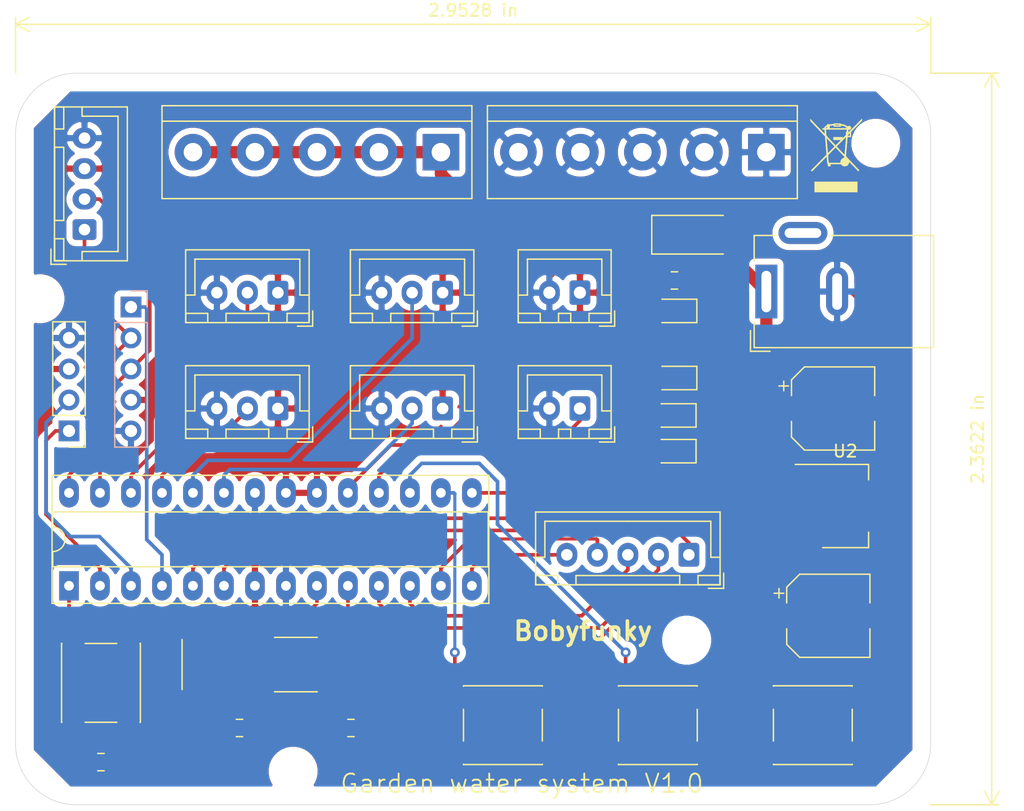
<source format=kicad_pcb>
(kicad_pcb (version 20171130) (host pcbnew "(5.1.5)-2")
  (layers (0 F.Cu signal) (31 B.Cu signal) (34 B.Paste user hide) (35 F.Paste user hide) (36 B.SilkS user) (37 F.SilkS user) (38 B.Mask user hide) (39 F.Mask user hide) (44 Edge.Cuts user))
  (net 0 "")
  (net 1 "Net-(C1-Pad2)")
  (net 2 GND)
  (net 3 "Net-(C2-Pad2)")
  (net 4 VCC)
  (net 5 "Net-(C4-Pad1)")
  (net 6 /btn_interrupt)
  (net 7 /btn_menu)
  (net 8 /btn_minus)
  (net 9 /btn_plus)
  (net 10 /warning_led)
  (net 11 "Net-(D4-Pad1)")
  (net 12 /valve_4)
  (net 13 /valve_3)
  (net 14 /valve_2)
  (net 15 /valve_1)
  (net 16 /pump)
  (net 17 /moisture_sensor_1)
  (net 18 /moisture_sensor_2)
  (net 19 /moisture_sensor_3)
  (net 20 /moisture_sensor_4)
  (net 21 /water_level_sensor)
  (net 22 /sda)
  (net 23 /scl)
  (net 24 /tx)
  (net 25 /rx)
  (net 26 /clock_interrupt)
  (net 27 "Net-(R1-Pad2)")
  (net 28 "Net-(D5-Pad1)")
  (module Package_TO_SOT_SMD:SOT-223 (layer F.Cu) (at 183 59.5)
    (fp_text reference U2 (at 0 -4.5) (layer F.SilkS))
    (fp_text value AMS1117-5.0)
    (pad 1 smd rect (at -3.15 -2.3) (size 2.5 1.5) (layers F.Cu F.Paste F.Mask) (net 2 GND))
    (pad 3 smd rect (at -3.15 2.3) (size 2.5 1.5) (layers F.Cu F.Paste F.Mask) (net 5 "Net-(C4-Pad1)"))
    (pad 2 smd rect (at -3.15 0) (size 2.5 1.5) (layers F.Cu F.Paste F.Mask) (net 4 VCC))
    (pad 4 smd rect (at 3.15 0) (size 2.5 3.8) (layers F.Cu F.Paste F.Mask))
  )
  (module Diode_SMD:D_2010_5025Metric_Pad1.52x2.65mm_HandSolder (layer F.Cu) (at 170.5 37.25)
    (fp_text reference D5 hide)
    (fp_text value D)
    (pad 2 smd roundrect (at 2.3375 0) (size 1.525 2.65) (layers F.Cu F.Paste F.Mask) (roundrect_rratio 0.163934) (net 5 "Net-(C4-Pad1)"))
    (pad 1 smd roundrect (at -2.3375 0) (size 1.525 2.65) (layers F.Cu F.Paste F.Mask) (roundrect_rratio 0.163934) (net 28 "Net-(D5-Pad1)"))
  )
  (module MountingHole:MountingHole_3mm (layer B.Cu) (at 117 42.5)
    (fp_text reference REF** hide)
    (fp_text value MountingHole_3mm)
    (pad 1 np_thru_hole circle (at 0 0) (size 3 3) (drill 3) (layers *.Cu *.Mask))
  )
  (module MountingHole:MountingHole_3mm (layer B.Cu) (at 170 70.5)
    (fp_text reference REF** hide)
    (fp_text value MountingHole_3mm)
    (pad "" np_thru_hole circle (at 0 0) (size 3 3) (drill 3) (layers *.Cu *.Mask))
  )
  (module MountingHole:MountingHole_3mm (layer B.Cu) (at 185.5 29.75)
    (fp_text reference REF** hide)
    (fp_text value MountingHole_3mm)
    (pad "" np_thru_hole circle (at 0 0) (size 3 3) (drill 3) (layers *.Cu *.Mask))
  )
  (module MountingHole:MountingHole_3mm (layer B.Cu) (at 137.75 81.25)
    (fp_text reference REF** hide)
    (fp_text value MountingHole_3mm)
    (pad "" np_thru_hole circle (at 0 0) (size 3 3) (drill 3) (layers *.Cu *.Mask))
  )
  (module Symbol:WEEE-Logo_4.2x6mm_SilkScreen (layer F.Cu) (at 182.25 30.75)
    (fp_text reference REF** hide)
    (fp_text value WEEE-Logo_4.2x6mm_SilkScreen hide)
  )
  (module Connector_BarrelJack:BarrelJack_Wuerth_6941xx301002 (layer F.Cu) (at 176.53 41.91 90)
    (fp_text reference J13 hide)
    (fp_text value Jack-DC)
    (pad 1 thru_hole rect (at 0 0 90) (size 4.4 1.8) (drill oval 3.4 0.8) (layers *.Cu *.Mask) (net 5 "Net-(C4-Pad1)"))
    (pad 2 thru_hole oval (at 0 5.8 90) (size 4 1.8) (drill oval 3 0.8) (layers *.Cu *.Mask) (net 2 GND))
    (pad 3 thru_hole oval (at 4.8 3 180) (size 4 1.8) (drill oval 3 0.8) (layers *.Cu *.Mask))
  )
  (module Connector_JST:JST_XH_B4B-XH-A_1x04_P2.50mm_Vertical (layer F.Cu) (at 120.65 36.83 90)
    (fp_text reference J8 hide)
    (fp_text value Conn_01x04)
    (pad 4 thru_hole oval (at 7.5 0 90) (size 1.7 1.95) (drill 0.95) (layers *.Cu *.Mask) (net 2 GND))
    (pad 3 thru_hole oval (at 5 0 90) (size 1.7 1.95) (drill 0.95) (layers *.Cu *.Mask) (net 4 VCC))
    (pad 2 thru_hole oval (at 2.5 0 90) (size 1.7 1.95) (drill 0.95) (layers *.Cu *.Mask) (net 22 /sda))
    (pad 1 thru_hole roundrect (at 0 0 90) (size 1.7 1.95) (drill 0.95) (layers *.Cu *.Mask) (roundrect_rratio 0.147059) (net 23 /scl))
  )
  (module Connector_JST:JST_XH_B5B-XH-A_1x05_P2.50mm_Vertical (layer F.Cu) (at 170.18 63.5 180)
    (fp_text reference J2 hide)
    (fp_text value Conn_01x05)
    (pad 5 thru_hole oval (at 10 0 180) (size 1.7 1.95) (drill 0.95) (layers *.Cu *.Mask) (net 12 /valve_4))
    (pad 4 thru_hole oval (at 7.5 0 180) (size 1.7 1.95) (drill 0.95) (layers *.Cu *.Mask) (net 13 /valve_3))
    (pad 3 thru_hole oval (at 5 0 180) (size 1.7 1.95) (drill 0.95) (layers *.Cu *.Mask) (net 14 /valve_2))
    (pad 2 thru_hole oval (at 2.5 0 180) (size 1.7 1.95) (drill 0.95) (layers *.Cu *.Mask) (net 15 /valve_1))
    (pad 1 thru_hole roundrect (at 0 0 180) (size 1.7 1.95) (drill 0.95) (layers *.Cu *.Mask) (roundrect_rratio 0.147059) (net 16 /pump))
  )
  (module Connector_JST:JST_XH_B2B-XH-A_1x02_P2.50mm_Vertical (layer F.Cu) (at 161.25 51.5 180)
    (fp_text reference J7 hide)
    (fp_text value Conn_01x02)
    (pad 2 thru_hole oval (at 2.5 0 180) (size 1.7 2) (drill 1) (layers *.Cu *.Mask) (net 2 GND))
    (pad 1 thru_hole roundrect (at 0 0 180) (size 1.7 2) (drill 1) (layers *.Cu *.Mask) (roundrect_rratio 0.147059) (net 21 /water_level_sensor))
  )
  (module Connector_JST:JST_XH_B2B-XH-A_1x02_P2.50mm_Vertical (layer F.Cu) (at 161.25 42 180)
    (fp_text reference J1 hide)
    (fp_text value Conn_01x02)
    (pad 2 thru_hole oval (at 2.5 0 180) (size 1.7 2) (drill 1) (layers *.Cu *.Mask) (net 2 GND))
    (pad 1 thru_hole roundrect (at 0 0 180) (size 1.7 2) (drill 1) (layers *.Cu *.Mask) (roundrect_rratio 0.147059) (net 4 VCC))
  )
  (module Crystal:Crystal_SMD_SeikoEpson_MC405-2Pin_9.6x4.1mm_HandSoldering (layer F.Cu) (at 137.9725 72.5)
    (fp_text reference Y1 hide)
    (fp_text value 16MHz)
    (pad 2 smd rect (at 5.5375 0) (size 7.175 4.1) (layers F.Cu F.Paste F.Mask) (net 3 "Net-(C2-Pad2)"))
    (pad 1 smd rect (at -5.5375 0) (size 7.175 4.1) (layers F.Cu F.Paste F.Mask) (net 1 "Net-(C1-Pad2)"))
  )
  (module Package_DIP:DIP-28_W7.62mm_Socket_LongPads (layer F.Cu) (at 119.38 66.04 90)
    (fp_text reference U1 hide)
    (fp_text value ATmega328-PU)
    (pad 28 thru_hole oval (at 7.62 0 90) (size 2.4 1.6) (drill 0.8) (layers *.Cu *.Mask) (net 23 /scl))
    (pad 14 thru_hole oval (at 0 33.02 90) (size 2.4 1.6) (drill 0.8) (layers *.Cu *.Mask) (net 12 /valve_4))
    (pad 27 thru_hole oval (at 7.62 2.54 90) (size 2.4 1.6) (drill 0.8) (layers *.Cu *.Mask) (net 22 /sda))
    (pad 13 thru_hole oval (at 0 30.48 90) (size 2.4 1.6) (drill 0.8) (layers *.Cu *.Mask) (net 13 /valve_3))
    (pad 26 thru_hole oval (at 7.62 5.08 90) (size 2.4 1.6) (drill 0.8) (layers *.Cu *.Mask) (net 20 /moisture_sensor_4))
    (pad 12 thru_hole oval (at 0 27.94 90) (size 2.4 1.6) (drill 0.8) (layers *.Cu *.Mask) (net 14 /valve_2))
    (pad 25 thru_hole oval (at 7.62 7.62 90) (size 2.4 1.6) (drill 0.8) (layers *.Cu *.Mask) (net 19 /moisture_sensor_3))
    (pad 11 thru_hole oval (at 0 25.4 90) (size 2.4 1.6) (drill 0.8) (layers *.Cu *.Mask) (net 15 /valve_1))
    (pad 24 thru_hole oval (at 7.62 10.16 90) (size 2.4 1.6) (drill 0.8) (layers *.Cu *.Mask) (net 18 /moisture_sensor_2))
    (pad 10 thru_hole oval (at 0 22.86 90) (size 2.4 1.6) (drill 0.8) (layers *.Cu *.Mask) (net 3 "Net-(C2-Pad2)"))
    (pad 23 thru_hole oval (at 7.62 12.7 90) (size 2.4 1.6) (drill 0.8) (layers *.Cu *.Mask) (net 17 /moisture_sensor_1))
    (pad 9 thru_hole oval (at 0 20.32 90) (size 2.4 1.6) (drill 0.8) (layers *.Cu *.Mask) (net 1 "Net-(C1-Pad2)"))
    (pad 22 thru_hole oval (at 7.62 15.24 90) (size 2.4 1.6) (drill 0.8) (layers *.Cu *.Mask) (net 2 GND))
    (pad 8 thru_hole oval (at 0 17.78 90) (size 2.4 1.6) (drill 0.8) (layers *.Cu *.Mask) (net 2 GND))
    (pad 21 thru_hole oval (at 7.62 17.78 90) (size 2.4 1.6) (drill 0.8) (layers *.Cu *.Mask) (net 4 VCC))
    (pad 7 thru_hole oval (at 0 15.24 90) (size 2.4 1.6) (drill 0.8) (layers *.Cu *.Mask) (net 4 VCC))
    (pad 20 thru_hole oval (at 7.62 20.32 90) (size 2.4 1.6) (drill 0.8) (layers *.Cu *.Mask) (net 4 VCC))
    (pad 6 thru_hole oval (at 0 12.7 90) (size 2.4 1.6) (drill 0.8) (layers *.Cu *.Mask) (net 16 /pump))
    (pad 19 thru_hole oval (at 7.62 22.86 90) (size 2.4 1.6) (drill 0.8) (layers *.Cu *.Mask) (net 10 /warning_led))
    (pad 5 thru_hole oval (at 0 10.16 90) (size 2.4 1.6) (drill 0.8) (layers *.Cu *.Mask) (net 6 /btn_interrupt))
    (pad 18 thru_hole oval (at 7.62 25.4 90) (size 2.4 1.6) (drill 0.8) (layers *.Cu *.Mask) (net 9 /btn_plus))
    (pad 4 thru_hole oval (at 0 7.62 90) (size 2.4 1.6) (drill 0.8) (layers *.Cu *.Mask) (net 26 /clock_interrupt))
    (pad 17 thru_hole oval (at 7.62 27.94 90) (size 2.4 1.6) (drill 0.8) (layers *.Cu *.Mask) (net 8 /btn_minus))
    (pad 3 thru_hole oval (at 0 5.08 90) (size 2.4 1.6) (drill 0.8) (layers *.Cu *.Mask) (net 24 /tx))
    (pad 16 thru_hole oval (at 7.62 30.48 90) (size 2.4 1.6) (drill 0.8) (layers *.Cu *.Mask) (net 7 /btn_menu))
    (pad 2 thru_hole oval (at 0 2.54 90) (size 2.4 1.6) (drill 0.8) (layers *.Cu *.Mask) (net 25 /rx))
    (pad 15 thru_hole oval (at 7.62 33.02 90) (size 2.4 1.6) (drill 0.8) (layers *.Cu *.Mask) (net 21 /water_level_sensor))
    (pad 1 thru_hole rect (at 0 0 90) (size 2.4 1.6) (drill 0.8) (layers *.Cu *.Mask) (net 27 "Net-(R1-Pad2)"))
  )
  (module Button_Switch_SMD:SW_Push_1P1T_NO_6x6mm_H9.5mm (layer F.Cu) (at 180.34 77.47)
    (fp_text reference SW4 hide)
    (fp_text value SW_Push)
    (pad 2 smd rect (at -3.975 2.25) (size 1.55 1.3) (layers F.Cu F.Paste F.Mask) (net 2 GND))
    (pad 1 smd rect (at -3.975 -2.25) (size 1.55 1.3) (layers F.Cu F.Paste F.Mask) (net 9 /btn_plus))
    (pad 1 smd rect (at 3.975 -2.25) (size 1.55 1.3) (layers F.Cu F.Paste F.Mask) (net 9 /btn_plus))
    (pad 2 smd rect (at 3.975 2.25) (size 1.55 1.3) (layers F.Cu F.Paste F.Mask) (net 2 GND))
  )
  (module Button_Switch_SMD:SW_Push_1P1T_NO_6x6mm_H9.5mm (layer F.Cu) (at 167.64 77.47)
    (fp_text reference SW3 hide)
    (fp_text value SW_Push)
    (pad 2 smd rect (at -3.975 2.25) (size 1.55 1.3) (layers F.Cu F.Paste F.Mask) (net 2 GND))
    (pad 1 smd rect (at -3.975 -2.25) (size 1.55 1.3) (layers F.Cu F.Paste F.Mask) (net 8 /btn_minus))
    (pad 1 smd rect (at 3.975 -2.25) (size 1.55 1.3) (layers F.Cu F.Paste F.Mask) (net 8 /btn_minus))
    (pad 2 smd rect (at 3.975 2.25) (size 1.55 1.3) (layers F.Cu F.Paste F.Mask) (net 2 GND))
  )
  (module Button_Switch_SMD:SW_Push_1P1T_NO_6x6mm_H9.5mm (layer F.Cu) (at 154.94 77.47)
    (fp_text reference SW2 hide)
    (fp_text value SW_Push)
    (pad 2 smd rect (at -3.975 2.25) (size 1.55 1.3) (layers F.Cu F.Paste F.Mask) (net 2 GND))
    (pad 1 smd rect (at -3.975 -2.25) (size 1.55 1.3) (layers F.Cu F.Paste F.Mask) (net 7 /btn_menu))
    (pad 1 smd rect (at 3.975 -2.25) (size 1.55 1.3) (layers F.Cu F.Paste F.Mask) (net 7 /btn_menu))
    (pad 2 smd rect (at 3.975 2.25) (size 1.55 1.3) (layers F.Cu F.Paste F.Mask) (net 2 GND))
  )
  (module Button_Switch_SMD:SW_Push_1P1T_NO_6x6mm_H9.5mm (layer F.Cu) (at 122 74 90)
    (fp_text reference SW1 hide)
    (fp_text value SW_Push)
    (pad 2 smd rect (at 3.975 2.25 90) (size 1.55 1.3) (layers F.Cu F.Paste F.Mask) (net 2 GND))
    (pad 1 smd rect (at 3.975 -2.25 90) (size 1.55 1.3) (layers F.Cu F.Paste F.Mask) (net 27 "Net-(R1-Pad2)"))
    (pad 1 smd rect (at -3.975 -2.25 90) (size 1.55 1.3) (layers F.Cu F.Paste F.Mask) (net 27 "Net-(R1-Pad2)"))
    (pad 2 smd rect (at -3.975 2.25 90) (size 1.55 1.3) (layers F.Cu F.Paste F.Mask) (net 2 GND))
  )
  (module Resistor_SMD:R_0805_2012Metric_Pad1.15x1.40mm_HandSolder (layer F.Cu) (at 169 41)
    (fp_text reference R2 hide)
    (fp_text value 470)
    (pad 2 smd roundrect (at 1.025 0) (size 1.15 1.4) (layers F.Cu F.Paste F.Mask) (roundrect_rratio 0.217391) (net 11 "Net-(D4-Pad1)"))
    (pad 1 smd roundrect (at -1.025 0) (size 1.15 1.4) (layers F.Cu F.Paste F.Mask) (roundrect_rratio 0.217391) (net 2 GND))
  )
  (module Resistor_SMD:R_0805_2012Metric_Pad1.15x1.40mm_HandSolder (layer F.Cu) (at 122 80.5 180)
    (fp_text reference R1 hide)
    (fp_text value 10K)
    (pad 2 smd roundrect (at 1.025 0 180) (size 1.15 1.4) (layers F.Cu F.Paste F.Mask) (roundrect_rratio 0.217391) (net 27 "Net-(R1-Pad2)"))
    (pad 1 smd roundrect (at -1.025 0 180) (size 1.15 1.4) (layers F.Cu F.Paste F.Mask) (roundrect_rratio 0.217391) (net 4 VCC))
  )
  (module Connector_PinHeader_2.54mm:PinHeader_1x05_P2.54mm_Vertical (layer B.Cu) (at 124.46 43.18 180)
    (fp_text reference J12 hide)
    (fp_text value Conn_01x05)
    (pad 5 thru_hole oval (at 0 -10.16 180) (size 1.7 1.7) (drill 1) (layers *.Cu *.Mask) (net 2 GND))
    (pad 4 thru_hole oval (at 0 -7.62 180) (size 1.7 1.7) (drill 1) (layers *.Cu *.Mask) (net 4 VCC))
    (pad 3 thru_hole oval (at 0 -5.08 180) (size 1.7 1.7) (drill 1) (layers *.Cu *.Mask) (net 22 /sda))
    (pad 2 thru_hole oval (at 0 -2.54 180) (size 1.7 1.7) (drill 1) (layers *.Cu *.Mask) (net 23 /scl))
    (pad 1 thru_hole rect (at 0 0 180) (size 1.7 1.7) (drill 1) (layers *.Cu *.Mask) (net 26 /clock_interrupt))
  )
  (module Connector_PinHeader_2.54mm:PinHeader_1x04_P2.54mm_Vertical (layer F.Cu) (at 119.38 53.34 180)
    (fp_text reference J11 hide)
    (fp_text value Conn_01x04)
    (pad 4 thru_hole oval (at 0 7.62 180) (size 1.7 1.7) (drill 1) (layers *.Cu *.Mask) (net 2 GND))
    (pad 3 thru_hole oval (at 0 5.08 180) (size 1.7 1.7) (drill 1) (layers *.Cu *.Mask) (net 4 VCC))
    (pad 2 thru_hole oval (at 0 2.54 180) (size 1.7 1.7) (drill 1) (layers *.Cu *.Mask) (net 24 /tx))
    (pad 1 thru_hole rect (at 0 0 180) (size 1.7 1.7) (drill 1) (layers *.Cu *.Mask) (net 25 /rx))
  )
  (module TerminalBlock:TerminalBlock_bornier-5_P5.08mm (layer F.Cu) (at 149.86 30.48 180)
    (fp_text reference J10 hide)
    (fp_text value Screw_Terminal_01x05)
    (pad 5 thru_hole circle (at 20.32 0 180) (size 3 3) (drill 1.52) (layers *.Cu *.Mask) (net 28 "Net-(D5-Pad1)"))
    (pad 4 thru_hole circle (at 15.24 0 180) (size 3 3) (drill 1.52) (layers *.Cu *.Mask) (net 28 "Net-(D5-Pad1)"))
    (pad 1 thru_hole rect (at 0 0 180) (size 3 3) (drill 1.52) (layers *.Cu *.Mask) (net 28 "Net-(D5-Pad1)"))
    (pad 3 thru_hole circle (at 10.16 0 180) (size 3 3) (drill 1.52) (layers *.Cu *.Mask) (net 28 "Net-(D5-Pad1)"))
    (pad 2 thru_hole circle (at 5.08 0 180) (size 3 3) (drill 1.52) (layers *.Cu *.Mask) (net 28 "Net-(D5-Pad1)"))
  )
  (module TerminalBlock:TerminalBlock_bornier-5_P5.08mm (layer F.Cu) (at 176.53 30.48 180)
    (fp_text reference J9 hide)
    (fp_text value Screw_Terminal_01x05)
    (pad 2 thru_hole circle (at 5.08 0 180) (size 3 3) (drill 1.52) (layers *.Cu *.Mask) (net 2 GND))
    (pad 3 thru_hole circle (at 10.16 0 180) (size 3 3) (drill 1.52) (layers *.Cu *.Mask) (net 2 GND))
    (pad 1 thru_hole rect (at 0 0 180) (size 3 3) (drill 1.52) (layers *.Cu *.Mask) (net 2 GND))
    (pad 4 thru_hole circle (at 15.24 0 180) (size 3 3) (drill 1.52) (layers *.Cu *.Mask) (net 2 GND))
    (pad 5 thru_hole circle (at 20.32 0 180) (size 3 3) (drill 1.52) (layers *.Cu *.Mask) (net 2 GND))
  )
  (module Connector_JST:JST_XH_B3B-XH-A_1x03_P2.50mm_Vertical (layer F.Cu) (at 136.5 42 180)
    (fp_text reference J6 hide)
    (fp_text value Conn_01x03)
    (pad 3 thru_hole oval (at 5 0 180) (size 1.7 1.95) (drill 0.95) (layers *.Cu *.Mask) (net 2 GND))
    (pad 2 thru_hole oval (at 2.5 0 180) (size 1.7 1.95) (drill 0.95) (layers *.Cu *.Mask) (net 20 /moisture_sensor_4))
    (pad 1 thru_hole roundrect (at 0 0 180) (size 1.7 1.95) (drill 0.95) (layers *.Cu *.Mask) (roundrect_rratio 0.147059) (net 4 VCC))
  )
  (module Connector_JST:JST_XH_B3B-XH-A_1x03_P2.50mm_Vertical (layer F.Cu) (at 136.5 51.5 180)
    (fp_text reference J5 hide)
    (fp_text value Conn_01x03)
    (pad 3 thru_hole oval (at 5 0 180) (size 1.7 1.95) (drill 0.95) (layers *.Cu *.Mask) (net 2 GND))
    (pad 2 thru_hole oval (at 2.5 0 180) (size 1.7 1.95) (drill 0.95) (layers *.Cu *.Mask) (net 19 /moisture_sensor_3))
    (pad 1 thru_hole roundrect (at 0 0 180) (size 1.7 1.95) (drill 0.95) (layers *.Cu *.Mask) (roundrect_rratio 0.147059) (net 4 VCC))
  )
  (module Connector_JST:JST_XH_B3B-XH-A_1x03_P2.50mm_Vertical (layer F.Cu) (at 150 42 180)
    (fp_text reference J4 hide)
    (fp_text value Conn_01x03)
    (pad 3 thru_hole oval (at 5 0 180) (size 1.7 1.95) (drill 0.95) (layers *.Cu *.Mask) (net 2 GND))
    (pad 2 thru_hole oval (at 2.5 0 180) (size 1.7 1.95) (drill 0.95) (layers *.Cu *.Mask) (net 18 /moisture_sensor_2))
    (pad 1 thru_hole roundrect (at 0 0 180) (size 1.7 1.95) (drill 0.95) (layers *.Cu *.Mask) (roundrect_rratio 0.147059) (net 4 VCC))
  )
  (module Connector_JST:JST_XH_B3B-XH-A_1x03_P2.50mm_Vertical (layer F.Cu) (at 150 51.5 180)
    (fp_text reference J3 hide)
    (fp_text value Conn_01x03)
    (pad 3 thru_hole oval (at 5 0 180) (size 1.7 1.95) (drill 0.95) (layers *.Cu *.Mask) (net 2 GND))
    (pad 2 thru_hole oval (at 2.5 0 180) (size 1.7 1.95) (drill 0.95) (layers *.Cu *.Mask) (net 17 /moisture_sensor_1))
    (pad 1 thru_hole roundrect (at 0 0 180) (size 1.7 1.95) (drill 0.95) (layers *.Cu *.Mask) (roundrect_rratio 0.147059) (net 4 VCC))
  )
  (module LED_SMD:LED_0805_2012Metric_Pad1.15x1.40mm_HandSolder (layer F.Cu) (at 168.975 43.5 180)
    (fp_text reference D4 hide)
    (fp_text value LED)
    (pad 2 smd roundrect (at 1.025 0 180) (size 1.15 1.4) (layers F.Cu F.Paste F.Mask) (roundrect_rratio 0.217391) (net 10 /warning_led))
    (pad 1 smd roundrect (at -1.025 0 180) (size 1.15 1.4) (layers F.Cu F.Paste F.Mask) (roundrect_rratio 0.217391) (net 11 "Net-(D4-Pad1)"))
  )
  (module Diode_SMD:D_0805_2012Metric_Pad1.15x1.40mm_HandSolder (layer F.Cu) (at 168.975 49 180)
    (fp_text reference D3 hide)
    (fp_text value D)
    (pad 1 smd roundrect (at -1.025 0 180) (size 1.15 1.4) (layers F.Cu F.Paste F.Mask) (roundrect_rratio 0.217391) (net 9 /btn_plus))
    (pad 2 smd roundrect (at 1.025 0 180) (size 1.15 1.4) (layers F.Cu F.Paste F.Mask) (roundrect_rratio 0.217391) (net 6 /btn_interrupt))
  )
  (module Diode_SMD:D_0805_2012Metric_Pad1.15x1.40mm_HandSolder (layer F.Cu) (at 168.91 52.07 180)
    (fp_text reference D2 hide)
    (fp_text value D)
    (pad 2 smd roundrect (at 1.025 0 180) (size 1.15 1.4) (layers F.Cu F.Paste F.Mask) (roundrect_rratio 0.217391) (net 6 /btn_interrupt))
    (pad 1 smd roundrect (at -1.025 0 180) (size 1.15 1.4) (layers F.Cu F.Paste F.Mask) (roundrect_rratio 0.217391) (net 8 /btn_minus))
  )
  (module Diode_SMD:D_0805_2012Metric_Pad1.15x1.40mm_HandSolder (layer F.Cu) (at 168.91 55 180)
    (fp_text reference D1 hide)
    (fp_text value D)
    (pad 2 smd roundrect (at 1.025 0 180) (size 1.15 1.4) (layers F.Cu F.Paste F.Mask) (roundrect_rratio 0.217391) (net 6 /btn_interrupt))
    (pad 1 smd roundrect (at -1.025 0 180) (size 1.15 1.4) (layers F.Cu F.Paste F.Mask) (roundrect_rratio 0.217391) (net 7 /btn_menu))
  )
  (module Capacitor_SMD:CP_Elec_6.3x5.8 (layer F.Cu) (at 182 51.5)
    (fp_text reference C4 hide)
    (fp_text value 10uf)
    (pad 1 smd roundrect (at -2.7 0) (size 3.5 1.6) (layers F.Cu F.Paste F.Mask) (roundrect_rratio 0.15625) (net 5 "Net-(C4-Pad1)"))
    (pad 2 smd roundrect (at 2.7 0) (size 3.5 1.6) (layers F.Cu F.Paste F.Mask) (roundrect_rratio 0.15625) (net 2 GND))
  )
  (module Capacitor_SMD:CP_Elec_6.3x5.8 (layer F.Cu) (at 181.61 68.5)
    (fp_text reference C3 hide)
    (fp_text value 10uf)
    (pad 1 smd roundrect (at -2.7 0) (size 3.5 1.6) (layers F.Cu F.Paste F.Mask) (roundrect_rratio 0.15625) (net 4 VCC))
    (pad 2 smd roundrect (at 2.7 0) (size 3.5 1.6) (layers F.Cu F.Paste F.Mask) (roundrect_rratio 0.15625) (net 2 GND))
  )
  (module Capacitor_SMD:C_0805_2012Metric_Pad1.15x1.40mm_HandSolder (layer F.Cu) (at 142.485 77.7)
    (fp_text reference C2 hide)
    (fp_text value 22pf)
    (pad 2 smd roundrect (at 1.025 0) (size 1.15 1.4) (layers F.Cu F.Paste F.Mask) (roundrect_rratio 0.217391) (net 3 "Net-(C2-Pad2)"))
    (pad 1 smd roundrect (at -1.025 0) (size 1.15 1.4) (layers F.Cu F.Paste F.Mask) (roundrect_rratio 0.217391) (net 2 GND))
  )
  (module Capacitor_SMD:C_0805_2012Metric_Pad1.15x1.40mm_HandSolder (layer F.Cu) (at 133.35 77.7 180)
    (fp_text reference C1 hide)
    (fp_text value 22pf)
    (pad 2 smd roundrect (at 1.025 0 180) (size 1.15 1.4) (layers F.Cu F.Paste F.Mask) (roundrect_rratio 0.217391) (net 1 "Net-(C1-Pad2)"))
    (pad 1 smd roundrect (at -1.025 0 180) (size 1.15 1.4) (layers F.Cu F.Paste F.Mask) (roundrect_rratio 0.217391) (net 2 GND))
  )
  (dimension 60 (width 0.12) (layer F.SilkS) (gr_text "60,000 mm" (at 196.27 54 270) (layer F.SilkS) (effects (font (size 1 1) (thickness 0.15)))) (feature1 (pts (xy 190 84) (xy 195.586421 84))) (feature2 (pts (xy 190 24) (xy 195.586421 24))) (crossbar (pts (xy 195 24) (xy 195 84))) (arrow1a (pts (xy 195 84) (xy 194.413579 82.873496))) (arrow1b (pts (xy 195 84) (xy 195.586421 82.873496))) (arrow2a (pts (xy 195 24) (xy 194.413579 25.126504))) (arrow2b (pts (xy 195 24) (xy 195.586421 25.126504))))
  (dimension 75 (width 0.12) (layer F.SilkS) (gr_text "75,000 mm" (at 152.5 18.73) (layer F.SilkS) (effects (font (size 1 1) (thickness 0.15)))) (feature1 (pts (xy 190 24) (xy 190 19.413579))) (feature2 (pts (xy 115 24) (xy 115 19.413579))) (crossbar (pts (xy 115 20) (xy 190 20))) (arrow1a (pts (xy 190 20) (xy 188.873496 20.586421))) (arrow1b (pts (xy 190 20) (xy 188.873496 19.413579))) (arrow2a (pts (xy 115 20) (xy 116.126504 20.586421))) (arrow2b (pts (xy 115 20) (xy 116.126504 19.413579))))
  (gr_text "Garden water system V1.0" (at 156.5 82.25) (layer F.SilkS) (effects (font (size 1.5 1.5))))
  (gr_text Bobyfunky (at 161.5 69.75) (layer F.SilkS) (effects (font (size 1.5 1.5) (thickness 0.3))))
  (gr_arc (start 120 29) (end 120 24) (angle -90) (layer Edge.Cuts) (width 0.05))
  (gr_arc (start 120 79) (end 115 79) (angle -90) (layer Edge.Cuts) (width 0.05))
  (gr_arc (start 185 79) (end 185 84) (angle -90) (layer Edge.Cuts) (width 0.05))
  (gr_arc (start 185 29) (end 190 29) (angle -90) (layer Edge.Cuts) (width 0.05))
  (gr_line (start 115 79) (end 115 29) (layer Edge.Cuts) (width 0.05))
  (gr_line (start 185 84) (end 120 84) (layer Edge.Cuts) (width 0.05))
  (gr_line (start 190 29) (end 190 79) (layer Edge.Cuts) (width 0.05))
  (gr_line (start 120 24) (end 185 24) (layer Edge.Cuts) (width 0.05))
  (segment (start 132.325 77.7) (end 132.325 72.73) (width 0.3) (layer F.Cu) (net 1))
  (segment (start 132.435 70.2) (end 133.635 69) (width 0.3) (layer F.Cu) (net 1))
  (segment (start 132.435 72.5) (end 132.435 70.2) (width 0.3) (layer F.Cu) (net 1))
  (segment (start 139.7 67.49) (end 139.7 66.04) (width 0.3) (layer F.Cu) (net 1))
  (segment (start 138.19 69) (end 139.7 67.49) (width 0.3) (layer F.Cu) (net 1))
  (segment (start 133.635 69) (end 138.19 69) (width 0.3) (layer F.Cu) (net 1))
  (segment (start 184.315 79.72) (end 150.965 79.72) (width 0.4) (layer F.Cu) (net 2))
  (segment (start 124.25 70.025) (end 124.25 77.975) (width 0.4) (layer F.Cu) (net 2))
  (segment (start 125.15 77.975) (end 124.25 77.975) (width 0.4) (layer F.Cu) (net 2))
  (segment (start 141.46 78.4) (end 141.46 77.7) (width 0.4) (layer F.Cu) (net 2))
  (segment (start 142.78 79.72) (end 141.46 78.4) (width 0.4) (layer F.Cu) (net 2))
  (segment (start 150.965 79.72) (end 142.78 79.72) (width 0.4) (layer F.Cu) (net 2))
  (segment (start 125.15 77.975) (end 126.675 79.5) (width 0.4) (layer F.Cu) (net 2))
  (segment (start 133.275 79.5) (end 134.375 78.4) (width 0.4) (layer F.Cu) (net 2))
  (segment (start 134.375 78.4) (end 134.375 77.7) (width 0.4) (layer F.Cu) (net 2))
  (segment (start 126.675 79.5) (end 133.275 79.5) (width 0.4) (layer F.Cu) (net 2))
  (segment (start 141.46 77.7) (end 134.375 77.7) (width 0.4) (layer F.Cu) (net 2))
  (segment (start 184.31 68.5) (end 186.5 70.69) (width 0.4) (layer F.Cu) (net 2))
  (segment (start 185.34 79.72) (end 184.315 79.72) (width 0.4) (layer F.Cu) (net 2))
  (segment (start 186.5 78.56) (end 185.34 79.72) (width 0.4) (layer F.Cu) (net 2))
  (segment (start 186.5 70.69) (end 186.5 78.56) (width 0.4) (layer F.Cu) (net 2))
  (segment (start 184.7 50.7) (end 184.7 51.5) (width 0.4) (layer F.Cu) (net 2))
  (segment (start 184.7 43.13) (end 184.7 50.7) (width 0.4) (layer F.Cu) (net 2))
  (segment (start 183.48 41.91) (end 184.7 43.13) (width 0.4) (layer F.Cu) (net 2))
  (segment (start 182.33 41.91) (end 183.48 41.91) (width 0.4) (layer F.Cu) (net 2))
  (segment (start 167.4 41) (end 165.9 39.5) (width 0.4) (layer F.Cu) (net 2))
  (segment (start 167.975 41) (end 167.4 41) (width 0.4) (layer F.Cu) (net 2))
  (segment (start 158.75 40.75) (end 158.75 42) (width 0.4) (layer F.Cu) (net 2))
  (segment (start 160 39.5) (end 158.75 40.75) (width 0.4) (layer F.Cu) (net 2))
  (segment (start 165.9 39.5) (end 160 39.5) (width 0.4) (layer F.Cu) (net 2))
  (segment (start 184.7 53.75) (end 184.7 52.3) (width 0.4) (layer F.Cu) (net 2))
  (segment (start 181.25 57.2) (end 184.7 53.75) (width 0.4) (layer F.Cu) (net 2))
  (segment (start 184.7 52.3) (end 184.7 51.5) (width 0.4) (layer F.Cu) (net 2))
  (segment (start 179.85 57.2) (end 181.25 57.2) (width 0.4) (layer F.Cu) (net 2))
  (segment (start 181.25 57.2) (end 183.5 59.45) (width 0.4) (layer F.Cu) (net 2))
  (segment (start 183.5 67.69) (end 184.31 68.5) (width 0.4) (layer F.Cu) (net 2))
  (segment (start 183.5 59.45) (end 183.5 67.69) (width 0.4) (layer F.Cu) (net 2))
  (segment (start 143.51 72.5) (end 143.51 70.01) (width 0.3) (layer F.Cu) (net 3))
  (segment (start 142.24 68.74) (end 142.24 66.04) (width 0.3) (layer F.Cu) (net 3))
  (segment (start 143.51 70.01) (end 142.24 68.74) (width 0.3) (layer F.Cu) (net 3))
  (segment (start 143.51 77) (end 143.51 72.5) (width 0.3) (layer F.Cu) (net 3))
  (segment (start 143.51 77.7) (end 143.51 77) (width 0.3) (layer F.Cu) (net 3))
  (segment (start 176.53 48.73) (end 179.3 51.5) (width 1) (layer F.Cu) (net 5))
  (segment (start 176.53 41.91) (end 176.53 48.73) (width 1) (layer F.Cu) (net 5))
  (segment (start 172.8375 38.2175) (end 176.53 41.91) (width 1) (layer F.Cu) (net 5))
  (segment (start 172.8375 37.25) (end 172.8375 38.2175) (width 1) (layer F.Cu) (net 5))
  (segment (start 179.3 52.3) (end 177 54.6) (width 1) (layer F.Cu) (net 5))
  (segment (start 179.3 51.5) (end 179.3 52.3) (width 1) (layer F.Cu) (net 5))
  (segment (start 177.85 61.8) (end 179.85 61.8) (width 1) (layer F.Cu) (net 5))
  (segment (start 177 60.95) (end 177.85 61.8) (width 1) (layer F.Cu) (net 5))
  (segment (start 177 54.6) (end 177 60.95) (width 1) (layer F.Cu) (net 5))
  (segment (start 167.95 54.935) (end 167.885 55) (width 0.3) (layer F.Cu) (net 6))
  (segment (start 167.95 49) (end 167.95 54.935) (width 0.3) (layer F.Cu) (net 6))
  (segment (start 167.885 55.7) (end 163.085 60.5) (width 0.3) (layer F.Cu) (net 6))
  (segment (start 167.885 55) (end 167.885 55.7) (width 0.3) (layer F.Cu) (net 6))
  (segment (start 129.54 64.59) (end 129.54 66.04) (width 0.3) (layer F.Cu) (net 6))
  (segment (start 133.63 60.5) (end 129.54 64.59) (width 0.3) (layer F.Cu) (net 6))
  (segment (start 163.085 60.5) (end 133.63 60.5) (width 0.3) (layer F.Cu) (net 6))
  (segment (start 158.915 75.22) (end 150.965 75.22) (width 0.3) (layer F.Cu) (net 7))
  (segment (start 150.965 74.32) (end 151 74.285) (width 0.3) (layer F.Cu) (net 7))
  (segment (start 150.965 75.22) (end 150.965 74.32) (width 0.3) (layer F.Cu) (net 7))
  (segment (start 151 74.285) (end 151 71.5) (width 0.3) (layer F.Cu) (net 7))
  (segment (start 151 71.5) (end 151 71.5) (width 0.3) (layer F.Cu) (net 7))
  (segment (start 169.935 55.7) (end 172.5 58.265) (width 0.3) (layer F.Cu) (net 7))
  (segment (start 169.935 55) (end 169.935 55.7) (width 0.3) (layer F.Cu) (net 7))
  (segment (start 172.5 58.265) (end 172.5 68) (width 0.3) (layer F.Cu) (net 7))
  (segment (start 158.915 74.32) (end 158.915 75.22) (width 0.3) (layer F.Cu) (net 7))
  (segment (start 165.235 68) (end 158.915 74.32) (width 0.3) (layer F.Cu) (net 7))
  (segment (start 172.5 68) (end 165.235 68) (width 0.3) (layer F.Cu) (net 7))
  (segment (start 151 71.5) (end 151 71.5) (width 0.3) (layer F.Cu) (net 7))
  (via (at 151 71.5) (size 0.8) (drill 0.4) (layers F.Cu B.Cu) (net 7))
  (segment (start 150.91 58.42) (end 149.86 58.42) (width 0.3) (layer B.Cu) (net 7))
  (segment (start 151 58.51) (end 150.91 58.42) (width 0.3) (layer B.Cu) (net 7))
  (segment (start 151 71.5) (end 151 58.51) (width 0.25) (layer B.Cu) (net 7))
  (segment (start 171.615 74.32) (end 173.5 72.435) (width 0.3) (layer F.Cu) (net 8))
  (segment (start 171.615 75.22) (end 171.615 74.32) (width 0.3) (layer F.Cu) (net 8))
  (segment (start 170.51 52.07) (end 169.935 52.07) (width 0.3) (layer F.Cu) (net 8))
  (segment (start 173.5 55.06) (end 170.51 52.07) (width 0.3) (layer F.Cu) (net 8))
  (segment (start 173.5 72.435) (end 173.5 55.06) (width 0.3) (layer F.Cu) (net 8))
  (segment (start 170.59 75.22) (end 163.665 75.22) (width 0.3) (layer F.Cu) (net 8))
  (segment (start 171.615 75.22) (end 170.59 75.22) (width 0.3) (layer F.Cu) (net 8))
  (segment (start 163.665 74.32) (end 165 72.985) (width 0.3) (layer F.Cu) (net 8))
  (segment (start 163.665 75.22) (end 163.665 74.32) (width 0.3) (layer F.Cu) (net 8))
  (segment (start 165 72.985) (end 165 71.5) (width 0.3) (layer F.Cu) (net 8))
  (segment (start 165 71.5) (end 165 71.5) (width 0.3) (layer F.Cu) (net 8))
  (via (at 165 71.5) (size 0.8) (drill 0.4) (layers F.Cu B.Cu) (net 8))
  (segment (start 165 71.5) (end 154.5 61) (width 0.3) (layer B.Cu) (net 8))
  (segment (start 147.32 56.97) (end 147.32 58.42) (width 0.3) (layer B.Cu) (net 8))
  (segment (start 154.5 57.5) (end 153 56) (width 0.3) (layer B.Cu) (net 8))
  (segment (start 153 56) (end 148.29 56) (width 0.3) (layer B.Cu) (net 8))
  (segment (start 154.5 61) (end 154.5 57.5) (width 0.3) (layer B.Cu) (net 8))
  (segment (start 148.29 56) (end 147.32 56.97) (width 0.3) (layer B.Cu) (net 8))
  (segment (start 184.315 75.22) (end 176.365 75.22) (width 0.3) (layer F.Cu) (net 9))
  (segment (start 176.365 74.32) (end 175 72.955) (width 0.3) (layer F.Cu) (net 9))
  (segment (start 176.365 75.22) (end 176.365 74.32) (width 0.3) (layer F.Cu) (net 9))
  (segment (start 170.575 49) (end 170 49) (width 0.3) (layer F.Cu) (net 9))
  (segment (start 175 53.425) (end 170.575 49) (width 0.3) (layer F.Cu) (net 9))
  (segment (start 175 72.955) (end 175 53.425) (width 0.3) (layer F.Cu) (net 9))
  (segment (start 144.78 56.97) (end 146 55.75) (width 0.3) (layer F.Cu) (net 9))
  (segment (start 144.78 58.42) (end 144.78 56.97) (width 0.3) (layer F.Cu) (net 9))
  (segment (start 146 55.75) (end 146 55.75) (width 0.3) (layer F.Cu) (net 9))
  (segment (start 146.685001 55.064999) (end 149.935001 55.064999) (width 0.3) (layer F.Cu) (net 9))
  (segment (start 146 55.75) (end 146.685001 55.064999) (width 0.3) (layer F.Cu) (net 9))
  (segment (start 149.935001 55.064999) (end 157.5 47.5) (width 0.3) (layer F.Cu) (net 9))
  (segment (start 170 48.3) (end 170 49) (width 0.3) (layer F.Cu) (net 9))
  (segment (start 169.2 47.5) (end 170 48.3) (width 0.3) (layer F.Cu) (net 9))
  (segment (start 157.5 47.5) (end 169.2 47.5) (width 0.3) (layer F.Cu) (net 9))
  (segment (start 167.95 44.8) (end 167.95 43.5) (width 0.3) (layer F.Cu) (net 10))
  (segment (start 149.5 54.5) (end 157.25 46.75) (width 0.3) (layer F.Cu) (net 10))
  (segment (start 142.24 58.42) (end 142.24 58.02) (width 0.3) (layer F.Cu) (net 10))
  (segment (start 166 46.75) (end 167.95 44.8) (width 0.3) (layer F.Cu) (net 10))
  (segment (start 145.76 54.5) (end 149.5 54.5) (width 0.3) (layer F.Cu) (net 10))
  (segment (start 142.24 58.02) (end 145.76 54.5) (width 0.3) (layer F.Cu) (net 10))
  (segment (start 157.25 46.75) (end 166 46.75) (width 0.3) (layer F.Cu) (net 10))
  (segment (start 170.025 43.475) (end 170 43.5) (width 0.3) (layer F.Cu) (net 11))
  (segment (start 170.025 41) (end 170.025 43.475) (width 0.3) (layer F.Cu) (net 11))
  (segment (start 152.4 64.59) (end 152.4 66.04) (width 0.3) (layer F.Cu) (net 12))
  (segment (start 153.49 63.5) (end 152.4 64.59) (width 0.3) (layer F.Cu) (net 12))
  (segment (start 160.18 63.5) (end 153.49 63.5) (width 0.3) (layer F.Cu) (net 12))
  (segment (start 149.86 64.59) (end 149.86 66.04) (width 0.3) (layer F.Cu) (net 13))
  (segment (start 152.25001 62.19999) (end 149.86 64.59) (width 0.3) (layer F.Cu) (net 13))
  (segment (start 162.68 62.275) (end 162.60499 62.19999) (width 0.3) (layer F.Cu) (net 13))
  (segment (start 162.60499 62.19999) (end 152.25001 62.19999) (width 0.25) (layer F.Cu) (net 13))
  (segment (start 162.68 63.5) (end 162.68 62.275) (width 0.3) (layer F.Cu) (net 13))
  (segment (start 165.18 64.725) (end 161.405 68.5) (width 0.3) (layer F.Cu) (net 14))
  (segment (start 165.18 63.5) (end 165.18 64.725) (width 0.3) (layer F.Cu) (net 14))
  (segment (start 147.32 67.49) (end 147.32 66.04) (width 0.3) (layer F.Cu) (net 14))
  (segment (start 148.33 68.5) (end 147.32 67.49) (width 0.3) (layer F.Cu) (net 14))
  (segment (start 161.405 68.5) (end 148.33 68.5) (width 0.3) (layer F.Cu) (net 14))
  (segment (start 167.68 64.725) (end 162.905 69.5) (width 0.3) (layer F.Cu) (net 15))
  (segment (start 167.68 63.5) (end 167.68 64.725) (width 0.3) (layer F.Cu) (net 15))
  (segment (start 144.78 67.49) (end 144.78 66.04) (width 0.3) (layer F.Cu) (net 15))
  (segment (start 146.79 69.5) (end 144.78 67.49) (width 0.3) (layer F.Cu) (net 15))
  (segment (start 162.905 69.5) (end 146.79 69.5) (width 0.3) (layer F.Cu) (net 15))
  (segment (start 170.18 62.525) (end 169.155 61.5) (width 0.3) (layer F.Cu) (net 16))
  (segment (start 170.18 63.5) (end 170.18 62.525) (width 0.3) (layer F.Cu) (net 16))
  (segment (start 135.17 61.5) (end 132.08 64.59) (width 0.3) (layer F.Cu) (net 16))
  (segment (start 132.08 64.59) (end 132.08 66.04) (width 0.3) (layer F.Cu) (net 16))
  (segment (start 169.155 61.5) (end 135.17 61.5) (width 0.3) (layer F.Cu) (net 16))
  (segment (start 147.5 51.5) (end 147.5 52.725) (width 0.3) (layer B.Cu) (net 17))
  (segment (start 147.5 52.725) (end 143.725 56.5) (width 0.3) (layer B.Cu) (net 17))
  (segment (start 132.08 56.97) (end 132.08 58.42) (width 0.3) (layer B.Cu) (net 17))
  (segment (start 132.55 56.5) (end 132.08 56.97) (width 0.3) (layer B.Cu) (net 17))
  (segment (start 143.725 56.5) (end 132.55 56.5) (width 0.3) (layer B.Cu) (net 17))
  (segment (start 129.54 56.97) (end 130.76 55.75) (width 0.3) (layer B.Cu) (net 18))
  (segment (start 129.54 58.42) (end 129.54 56.97) (width 0.3) (layer B.Cu) (net 18))
  (segment (start 130.76 55.75) (end 137.5 55.75) (width 0.3) (layer B.Cu) (net 18))
  (segment (start 147.5 45.75) (end 147.5 42) (width 0.3) (layer B.Cu) (net 18))
  (segment (start 137.5 55.75) (end 147.5 45.75) (width 0.3) (layer B.Cu) (net 18))
  (segment (start 134 51.625) (end 131.125 54.5) (width 0.3) (layer F.Cu) (net 19))
  (segment (start 134 51.5) (end 134 51.625) (width 0.3) (layer F.Cu) (net 19))
  (segment (start 129.47 54.5) (end 127 56.97) (width 0.3) (layer F.Cu) (net 19))
  (segment (start 127 56.97) (end 127 58.42) (width 0.3) (layer F.Cu) (net 19))
  (segment (start 131.125 54.5) (end 129.47 54.5) (width 0.3) (layer F.Cu) (net 19))
  (segment (start 134 45.539002) (end 127 52.539002) (width 0.3) (layer F.Cu) (net 20))
  (segment (start 134 42) (end 134 45.539002) (width 0.3) (layer F.Cu) (net 20))
  (segment (start 127 52.539002) (end 127 54.5) (width 0.3) (layer F.Cu) (net 20))
  (segment (start 124.46 56.97) (end 124.46 58.42) (width 0.3) (layer F.Cu) (net 20))
  (segment (start 126.93 54.5) (end 124.46 56.97) (width 0.3) (layer F.Cu) (net 20))
  (segment (start 127 54.5) (end 126.93 54.5) (width 0.3) (layer F.Cu) (net 20))
  (segment (start 161.25 52.5) (end 161.25 51.5) (width 0.3) (layer F.Cu) (net 21))
  (segment (start 155.33 58.42) (end 161.25 52.5) (width 0.3) (layer F.Cu) (net 21))
  (segment (start 152.4 58.42) (end 155.33 58.42) (width 0.3) (layer F.Cu) (net 21))
  (segment (start 121.875 34.33) (end 126 38.455) (width 0.3) (layer F.Cu) (net 22))
  (segment (start 120.65 34.33) (end 121.875 34.33) (width 0.3) (layer F.Cu) (net 22))
  (segment (start 126 46.72) (end 124.46 48.26) (width 0.3) (layer F.Cu) (net 22))
  (segment (start 126 38.455) (end 126 46.72) (width 0.3) (layer F.Cu) (net 22))
  (segment (start 121.92 50.8) (end 121.92 58.42) (width 0.3) (layer F.Cu) (net 22))
  (segment (start 124.46 48.26) (end 121.92 50.8) (width 0.3) (layer F.Cu) (net 22))
  (segment (start 120.65 41.91) (end 124.46 45.72) (width 0.3) (layer F.Cu) (net 23))
  (segment (start 120.65 36.83) (end 120.65 41.91) (width 0.3) (layer F.Cu) (net 23))
  (segment (start 124.46 45.72) (end 121 49.18) (width 0.3) (layer F.Cu) (net 23))
  (segment (start 121 55.35) (end 119.38 56.97) (width 0.3) (layer F.Cu) (net 23))
  (segment (start 119.38 56.97) (end 119.38 58.42) (width 0.3) (layer F.Cu) (net 23))
  (segment (start 121 49.18) (end 121 55.35) (width 0.3) (layer F.Cu) (net 23))
  (segment (start 124.46 64.59) (end 121.87 62) (width 0.3) (layer B.Cu) (net 24))
  (segment (start 124.46 66.04) (end 124.46 64.59) (width 0.3) (layer B.Cu) (net 24))
  (segment (start 121.87 62) (end 119.5 62) (width 0.3) (layer B.Cu) (net 24))
  (segment (start 119.5 62) (end 117.5 60) (width 0.3) (layer B.Cu) (net 24))
  (segment (start 117.5 52.68) (end 119.38 50.8) (width 0.3) (layer B.Cu) (net 24))
  (segment (start 117.5 60) (end 117.5 52.68) (width 0.3) (layer B.Cu) (net 24))
  (segment (start 118.28 53.34) (end 117.5 54.12) (width 0.3) (layer F.Cu) (net 25))
  (segment (start 119.38 53.34) (end 118.28 53.34) (width 0.3) (layer F.Cu) (net 25))
  (segment (start 121.92 64.59) (end 121.92 66.04) (width 0.3) (layer F.Cu) (net 25))
  (segment (start 117.5 60.17) (end 121.92 64.59) (width 0.3) (layer F.Cu) (net 25))
  (segment (start 117.5 54.12) (end 117.5 60.17) (width 0.3) (layer F.Cu) (net 25))
  (segment (start 125.61 43.18) (end 125.75 43.32) (width 0.3) (layer B.Cu) (net 26))
  (segment (start 124.46 43.18) (end 125.61 43.18) (width 0.3) (layer B.Cu) (net 26))
  (segment (start 125.75 43.32) (end 125.75 62.25) (width 0.3) (layer B.Cu) (net 26))
  (segment (start 127 63.5) (end 127 66.04) (width 0.3) (layer B.Cu) (net 26))
  (segment (start 125.75 62.25) (end 127 63.5) (width 0.3) (layer B.Cu) (net 26))
  (segment (start 119.38 69.655) (end 119.75 70.025) (width 0.3) (layer F.Cu) (net 27))
  (segment (start 119.38 66.04) (end 119.38 69.655) (width 0.3) (layer F.Cu) (net 27))
  (segment (start 119.75 70.025) (end 119.75 77.975) (width 0.3) (layer F.Cu) (net 27))
  (segment (start 119.75 79) (end 119.75 77.975) (width 0.3) (layer F.Cu) (net 27))
  (segment (start 119.75 79.85) (end 119.75 79) (width 0.3) (layer F.Cu) (net 27))
  (segment (start 120.4 80.5) (end 119.75 79.85) (width 0.3) (layer F.Cu) (net 27))
  (segment (start 120.975 80.5) (end 120.4 80.5) (width 0.3) (layer F.Cu) (net 27))
  (segment (start 148.11 30.48) (end 129.54 30.48) (width 1) (layer F.Cu) (net 28))
  (segment (start 149.86 30.48) (end 148.11 30.48) (width 1) (layer F.Cu) (net 28))
  (segment (start 154.83 37.25) (end 167.4 37.25) (width 1) (layer F.Cu) (net 28))
  (segment (start 167.4 37.25) (end 168.1625 37.25) (width 1) (layer F.Cu) (net 28))
  (segment (start 149.86 32.28) (end 154.83 37.25) (width 1) (layer F.Cu) (net 28))
  (segment (start 149.86 30.48) (end 149.86 32.28) (width 1) (layer F.Cu) (net 28))
  (zone (net 4) (net_name VCC) (layer F.Cu) (connect_pads (clearance 0.508)) (min_thickness 0.254) (fill yes (arc_segments 32) (thermal_gap 0.508) (thermal_bridge_width 0.508))
    (polygon (pts (xy 188.5 28.5) (xy 188.5 79.5) (xy 185.5 82.5) (xy 119.5 82.5) (xy 116.5 79.5) (xy 116.5 28.5) (xy 119.5 25.5) (xy 185.5 25.5)))
  )
  (zone (net 2) (net_name GND) (layer B.Cu) (connect_pads (clearance 0.508)) (min_thickness 0.254) (fill yes (arc_segments 32) (thermal_gap 0.508) (thermal_bridge_width 0.508))
    (polygon (pts (xy 188.5 28.5) (xy 188.5 79.5) (xy 185.5 82.5) (xy 119.5 82.5) (xy 116.5 79.5) (xy 116.5 28.5) (xy 119.5 25.5) (xy 185.5 25.5)))
  )
)
</source>
